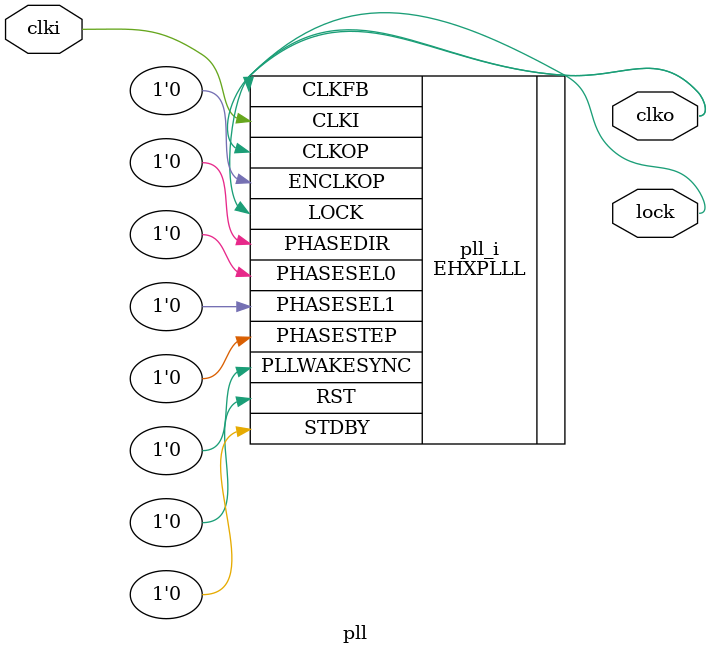
<source format=v>
module pll(input clki, output clko, output lock);
    (* ICP_CURRENT="12" *) (* LPF_RESISTOR="8" *) (* MFG_ENABLE_FILTEROPAMP="1" *) (* MFG_GMCREF_SEL="2" *)
    EHXPLLL #(
        .PLLRST_ENA("DISABLED"),
        .INTFB_WAKE("DISABLED"),
        .STDBY_ENABLE("DISABLED"),
        .DPHASE_SOURCE("DISABLED"),
        .CLKOP_FPHASE(0),
        .CLKOP_CPHASE(11),
        .OUTDIVIDER_MUXA("DIVA"),
        .CLKOP_ENABLE("ENABLED"),
        .CLKOP_DIV(12),
        .CLKFB_DIV(25),
        .CLKI_DIV(6),
        .FEEDBK_PATH("CLKOP")
    ) pll_i (
        .CLKI(clki),
        .CLKFB(clko),
        .CLKOP(clko),
	.LOCK(lock),
        .RST(1'b0),
        .STDBY(1'b0),
        .PHASESEL0(1'b0),
        .PHASESEL1(1'b0),
        .PHASEDIR(1'b0),
        .PHASESTEP(1'b0),
        .PLLWAKESYNC(1'b0),
        .ENCLKOP(1'b0)
    );
endmodule

</source>
